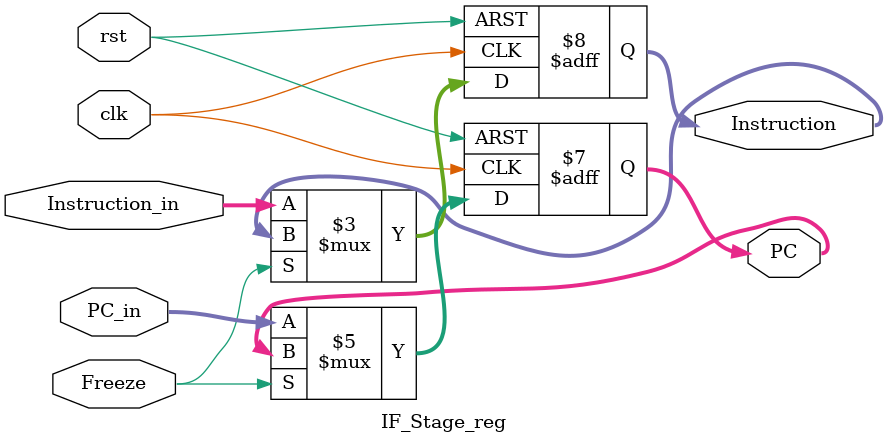
<source format=v>
module IF_Stage_reg
	(
		input clk,
		input rst,
		input Freeze,
		input [31:0] PC_in,
		input [31:0] Instruction_in,
		output reg [31:0] PC,
		output reg [31:0] Instruction
	);
	always@(posedge clk , posedge rst) 
	begin 
		if(rst)
		begin
			PC<= 31'b0;
			Instruction<= 31'b0;
		end	
		else if(!Freeze)
		begin 
			PC<= PC_in;
			Instruction<= Instruction_in;
		end
	end

endmodule // IF_Stage_reg
</source>
